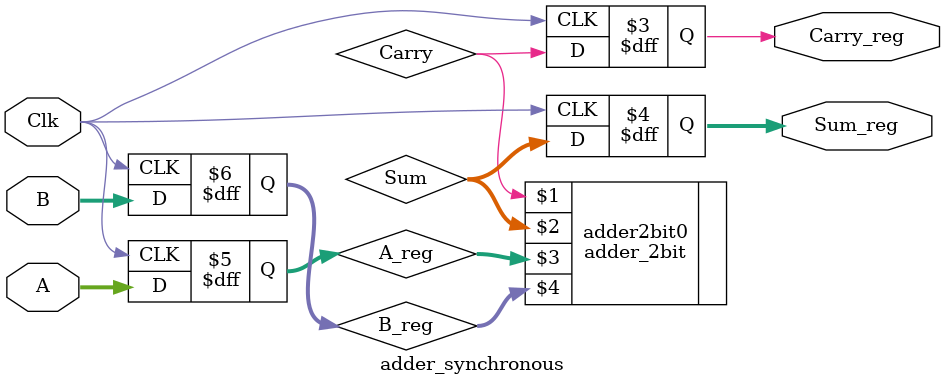
<source format=v>
`timescale 1ns / 1ps

module adder_synchronous(Carry_reg, Sum_reg, Clk, A, B);

output reg Carry_reg;
output reg [1:0] Sum_reg;
input wire Clk;
input wire [1:0] A, B;

reg [1:0] A_reg, B_reg;
wire Carry;
wire [1:0] Sum;

adder_2bit adder2bit0(Carry, Sum, A_reg, B_reg);

always@(posedge Clk)
    begin
        A_reg <= A;
            B_reg <= B;
    end
    
always@(posedge Clk)
    begin
        Carry_reg <= Carry;
            Sum_reg <= Sum;
    end
endmodule
</source>
